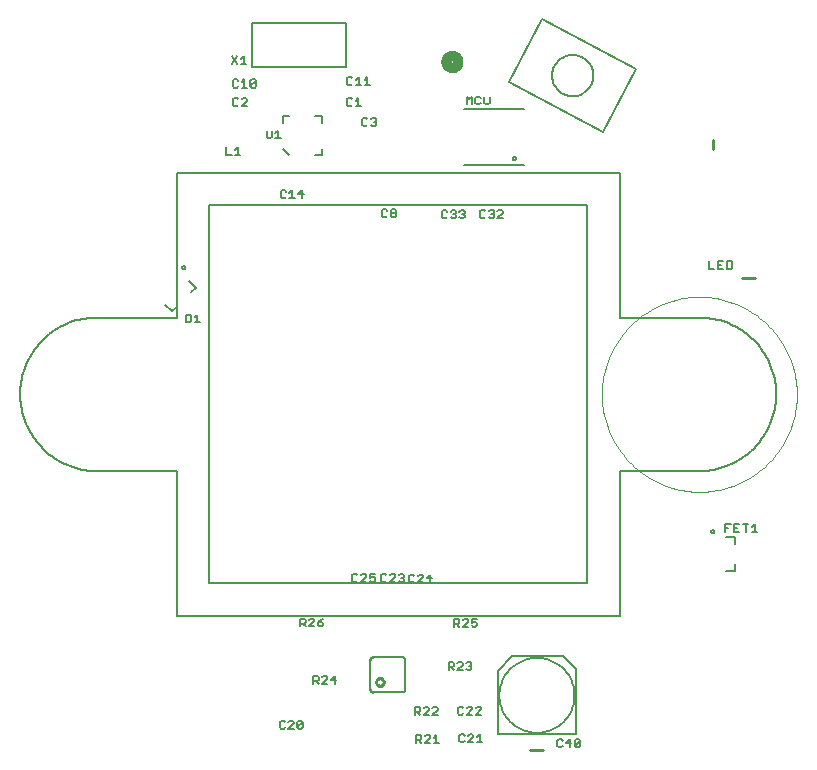
<source format=gto>
G75*
%MOIN*%
%OFA0B0*%
%FSLAX24Y24*%
%IPPOS*%
%LPD*%
%AMOC8*
5,1,8,0,0,1.08239X$1,22.5*
%
%ADD10C,0.0320*%
%ADD11C,0.0100*%
%ADD12C,0.0060*%
%ADD13C,0.0080*%
%ADD14C,0.0039*%
%ADD15C,0.0050*%
%ADD16C,0.0006*%
D10*
X015570Y025036D02*
X015572Y025063D01*
X015578Y025090D01*
X015587Y025116D01*
X015600Y025140D01*
X015616Y025163D01*
X015635Y025182D01*
X015657Y025199D01*
X015681Y025213D01*
X015706Y025223D01*
X015733Y025230D01*
X015760Y025233D01*
X015788Y025232D01*
X015815Y025227D01*
X015841Y025219D01*
X015865Y025207D01*
X015888Y025191D01*
X015909Y025173D01*
X015926Y025152D01*
X015941Y025128D01*
X015952Y025103D01*
X015960Y025077D01*
X015964Y025050D01*
X015964Y025022D01*
X015960Y024995D01*
X015952Y024969D01*
X015941Y024944D01*
X015926Y024920D01*
X015909Y024899D01*
X015888Y024881D01*
X015866Y024865D01*
X015841Y024853D01*
X015815Y024845D01*
X015788Y024840D01*
X015760Y024839D01*
X015733Y024842D01*
X015706Y024849D01*
X015681Y024859D01*
X015657Y024873D01*
X015635Y024890D01*
X015616Y024909D01*
X015600Y024932D01*
X015587Y024956D01*
X015578Y024982D01*
X015572Y025009D01*
X015570Y025036D01*
D11*
X024442Y022424D02*
X024442Y022153D01*
X025426Y017847D02*
X025869Y017847D01*
X013221Y004368D02*
X013223Y004390D01*
X013229Y004412D01*
X013238Y004432D01*
X013251Y004450D01*
X013267Y004466D01*
X013285Y004479D01*
X013305Y004488D01*
X013327Y004494D01*
X013349Y004496D01*
X013371Y004494D01*
X013393Y004488D01*
X013413Y004479D01*
X013431Y004466D01*
X013447Y004450D01*
X013460Y004432D01*
X013469Y004412D01*
X013475Y004390D01*
X013477Y004368D01*
X013475Y004346D01*
X013469Y004324D01*
X013460Y004304D01*
X013447Y004286D01*
X013431Y004270D01*
X013413Y004257D01*
X013393Y004248D01*
X013371Y004242D01*
X013349Y004240D01*
X013327Y004242D01*
X013305Y004248D01*
X013285Y004257D01*
X013267Y004270D01*
X013251Y004286D01*
X013238Y004304D01*
X013229Y004324D01*
X013223Y004346D01*
X013221Y004368D01*
X018339Y002099D02*
X018782Y002099D01*
D12*
X019265Y002240D02*
X019308Y002196D01*
X019395Y002196D01*
X019439Y002240D01*
X019560Y002326D02*
X019733Y002326D01*
X019690Y002196D02*
X019690Y002456D01*
X019560Y002326D01*
X019439Y002413D02*
X019395Y002456D01*
X019308Y002456D01*
X019265Y002413D01*
X019265Y002240D01*
X019854Y002240D02*
X019898Y002196D01*
X019985Y002196D01*
X020028Y002240D01*
X020028Y002413D01*
X019854Y002240D01*
X019854Y002413D01*
X019898Y002456D01*
X019985Y002456D01*
X020028Y002413D01*
X016765Y002363D02*
X016592Y002363D01*
X016678Y002363D02*
X016678Y002623D01*
X016592Y002536D01*
X016470Y002536D02*
X016470Y002580D01*
X016427Y002623D01*
X016340Y002623D01*
X016297Y002580D01*
X016176Y002580D02*
X016132Y002623D01*
X016046Y002623D01*
X016002Y002580D01*
X016002Y002406D01*
X016046Y002363D01*
X016132Y002363D01*
X016176Y002406D01*
X016297Y002363D02*
X016470Y002536D01*
X016470Y002363D02*
X016297Y002363D01*
X015320Y002346D02*
X015146Y002346D01*
X015233Y002346D02*
X015233Y002606D01*
X015146Y002519D01*
X015025Y002519D02*
X015025Y002563D01*
X014982Y002606D01*
X014895Y002606D01*
X014852Y002563D01*
X014730Y002563D02*
X014730Y002476D01*
X014687Y002433D01*
X014557Y002433D01*
X014644Y002433D02*
X014730Y002346D01*
X014852Y002346D02*
X015025Y002519D01*
X015025Y002346D02*
X014852Y002346D01*
X014730Y002563D02*
X014687Y002606D01*
X014557Y002606D01*
X014557Y002346D01*
X014510Y003272D02*
X014510Y003532D01*
X014640Y003532D01*
X014684Y003489D01*
X014684Y003402D01*
X014640Y003359D01*
X014510Y003359D01*
X014597Y003359D02*
X014684Y003272D01*
X014805Y003272D02*
X014978Y003445D01*
X014978Y003489D01*
X014935Y003532D01*
X014848Y003532D01*
X014805Y003489D01*
X014805Y003272D02*
X014978Y003272D01*
X015100Y003272D02*
X015273Y003445D01*
X015273Y003489D01*
X015230Y003532D01*
X015143Y003532D01*
X015100Y003489D01*
X015100Y003272D02*
X015273Y003272D01*
X015959Y003326D02*
X015959Y003500D01*
X016002Y003543D01*
X016089Y003543D01*
X016132Y003500D01*
X016253Y003500D02*
X016297Y003543D01*
X016383Y003543D01*
X016427Y003500D01*
X016427Y003456D01*
X016253Y003283D01*
X016427Y003283D01*
X016548Y003283D02*
X016721Y003456D01*
X016721Y003500D01*
X016678Y003543D01*
X016591Y003543D01*
X016548Y003500D01*
X016548Y003283D02*
X016721Y003283D01*
X016132Y003326D02*
X016089Y003283D01*
X016002Y003283D01*
X015959Y003326D01*
X014188Y004135D02*
X014188Y005108D01*
X014187Y005108D02*
X014186Y005125D01*
X014181Y005142D01*
X014174Y005157D01*
X014164Y005171D01*
X014152Y005183D01*
X014138Y005193D01*
X014123Y005200D01*
X014106Y005205D01*
X014089Y005206D01*
X014093Y005206D02*
X013125Y005206D01*
X013023Y005108D02*
X013023Y004139D01*
X013125Y004037D02*
X014093Y004037D01*
X014089Y004037D02*
X014106Y004038D01*
X014123Y004043D01*
X014138Y004050D01*
X014152Y004060D01*
X014164Y004072D01*
X014174Y004086D01*
X014181Y004101D01*
X014186Y004118D01*
X014187Y004135D01*
X015640Y004777D02*
X015640Y005037D01*
X015770Y005037D01*
X015814Y004994D01*
X015814Y004907D01*
X015770Y004864D01*
X015640Y004864D01*
X015727Y004864D02*
X015814Y004777D01*
X015935Y004777D02*
X016108Y004950D01*
X016108Y004994D01*
X016065Y005037D01*
X015978Y005037D01*
X015935Y004994D01*
X015935Y004777D02*
X016108Y004777D01*
X016229Y004820D02*
X016273Y004777D01*
X016359Y004777D01*
X016403Y004820D01*
X016403Y004864D01*
X016359Y004907D01*
X016316Y004907D01*
X016359Y004907D02*
X016403Y004950D01*
X016403Y004994D01*
X016359Y005037D01*
X016273Y005037D01*
X016229Y004994D01*
X016286Y006211D02*
X016112Y006211D01*
X016286Y006385D01*
X016286Y006428D01*
X016243Y006471D01*
X016156Y006471D01*
X016112Y006428D01*
X015991Y006428D02*
X015991Y006341D01*
X015948Y006298D01*
X015818Y006298D01*
X015905Y006298D02*
X015991Y006211D01*
X015818Y006211D02*
X015818Y006471D01*
X015948Y006471D01*
X015991Y006428D01*
X016407Y006471D02*
X016407Y006341D01*
X016494Y006385D01*
X016537Y006385D01*
X016581Y006341D01*
X016581Y006255D01*
X016537Y006211D01*
X016450Y006211D01*
X016407Y006255D01*
X016407Y006471D02*
X016581Y006471D01*
X015036Y007693D02*
X015036Y007953D01*
X014906Y007823D01*
X015080Y007823D01*
X014785Y007867D02*
X014611Y007693D01*
X014785Y007693D01*
X014785Y007867D02*
X014785Y007910D01*
X014742Y007953D01*
X014655Y007953D01*
X014611Y007910D01*
X014490Y007910D02*
X014447Y007953D01*
X014360Y007953D01*
X014317Y007910D01*
X014317Y007737D01*
X014360Y007693D01*
X014447Y007693D01*
X014490Y007737D01*
X014147Y007754D02*
X014104Y007711D01*
X014017Y007711D01*
X013974Y007754D01*
X014061Y007841D02*
X014104Y007841D01*
X014147Y007798D01*
X014147Y007754D01*
X014104Y007841D02*
X014147Y007884D01*
X014147Y007928D01*
X014104Y007971D01*
X014017Y007971D01*
X013974Y007928D01*
X013853Y007928D02*
X013809Y007971D01*
X013723Y007971D01*
X013679Y007928D01*
X013558Y007928D02*
X013515Y007971D01*
X013428Y007971D01*
X013385Y007928D01*
X013385Y007754D01*
X013428Y007711D01*
X013515Y007711D01*
X013558Y007754D01*
X013679Y007711D02*
X013853Y007884D01*
X013853Y007928D01*
X013853Y007711D02*
X013679Y007711D01*
X013190Y007754D02*
X013190Y007841D01*
X013146Y007884D01*
X013103Y007884D01*
X013016Y007841D01*
X013016Y007971D01*
X013190Y007971D01*
X013190Y007754D02*
X013146Y007711D01*
X013060Y007711D01*
X013016Y007754D01*
X012895Y007711D02*
X012722Y007711D01*
X012895Y007884D01*
X012895Y007928D01*
X012852Y007971D01*
X012765Y007971D01*
X012722Y007928D01*
X012601Y007928D02*
X012557Y007971D01*
X012470Y007971D01*
X012427Y007928D01*
X012427Y007754D01*
X012470Y007711D01*
X012557Y007711D01*
X012601Y007754D01*
X011460Y006485D02*
X011374Y006442D01*
X011287Y006355D01*
X011417Y006355D01*
X011460Y006312D01*
X011460Y006268D01*
X011417Y006225D01*
X011330Y006225D01*
X011287Y006268D01*
X011287Y006355D01*
X011166Y006399D02*
X011166Y006442D01*
X011122Y006485D01*
X011036Y006485D01*
X010992Y006442D01*
X010871Y006442D02*
X010871Y006355D01*
X010828Y006312D01*
X010698Y006312D01*
X010784Y006312D02*
X010871Y006225D01*
X010992Y006225D02*
X011166Y006399D01*
X011166Y006225D02*
X010992Y006225D01*
X010871Y006442D02*
X010828Y006485D01*
X010698Y006485D01*
X010698Y006225D01*
X010642Y003075D02*
X010729Y003075D01*
X010772Y003032D01*
X010598Y002858D01*
X010642Y002815D01*
X010729Y002815D01*
X010772Y002858D01*
X010772Y003032D01*
X010642Y003075D02*
X010598Y003032D01*
X010598Y002858D01*
X010477Y002815D02*
X010304Y002815D01*
X010477Y002988D01*
X010477Y003032D01*
X010434Y003075D01*
X010347Y003075D01*
X010304Y003032D01*
X010183Y003032D02*
X010139Y003075D01*
X010052Y003075D01*
X010009Y003032D01*
X010009Y002858D01*
X010052Y002815D01*
X010139Y002815D01*
X010183Y002858D01*
X024884Y008085D02*
X025204Y008085D01*
X025204Y008305D01*
X025204Y008985D02*
X025204Y009205D01*
X024884Y009205D01*
X024868Y009379D02*
X024868Y009640D01*
X025041Y009640D01*
X025162Y009640D02*
X025162Y009379D01*
X025336Y009379D01*
X025249Y009509D02*
X025162Y009509D01*
X025162Y009640D02*
X025336Y009640D01*
X025457Y009640D02*
X025631Y009640D01*
X025544Y009640D02*
X025544Y009379D01*
X025752Y009379D02*
X025925Y009379D01*
X025839Y009379D02*
X025839Y009640D01*
X025752Y009553D01*
X024955Y009509D02*
X024868Y009509D01*
X024916Y018143D02*
X025046Y018143D01*
X025090Y018186D01*
X025090Y018360D01*
X025046Y018403D01*
X024916Y018403D01*
X024916Y018143D01*
X024795Y018143D02*
X024622Y018143D01*
X024622Y018403D01*
X024795Y018403D01*
X024708Y018273D02*
X024622Y018273D01*
X024501Y018143D02*
X024327Y018143D01*
X024327Y018403D01*
X018149Y021602D02*
X016139Y021602D01*
X016133Y020091D02*
X016176Y020048D01*
X016176Y020005D01*
X016133Y019961D01*
X016176Y019918D01*
X016176Y019875D01*
X016133Y019831D01*
X016046Y019831D01*
X016003Y019875D01*
X015882Y019875D02*
X015838Y019831D01*
X015751Y019831D01*
X015708Y019875D01*
X015587Y019875D02*
X015544Y019831D01*
X015457Y019831D01*
X015413Y019875D01*
X015413Y020048D01*
X015457Y020091D01*
X015544Y020091D01*
X015587Y020048D01*
X015708Y020048D02*
X015751Y020091D01*
X015838Y020091D01*
X015882Y020048D01*
X015882Y020005D01*
X015838Y019961D01*
X015882Y019918D01*
X015882Y019875D01*
X015838Y019961D02*
X015795Y019961D01*
X016003Y020048D02*
X016046Y020091D01*
X016133Y020091D01*
X016133Y019961D02*
X016089Y019961D01*
X016680Y019883D02*
X016724Y019840D01*
X016811Y019840D01*
X016854Y019883D01*
X016975Y019883D02*
X017018Y019840D01*
X017105Y019840D01*
X017149Y019883D01*
X017149Y019927D01*
X017105Y019970D01*
X017062Y019970D01*
X017105Y019970D02*
X017149Y020013D01*
X017149Y020057D01*
X017105Y020100D01*
X017018Y020100D01*
X016975Y020057D01*
X016854Y020057D02*
X016811Y020100D01*
X016724Y020100D01*
X016680Y020057D01*
X016680Y019883D01*
X017270Y019840D02*
X017443Y020013D01*
X017443Y020057D01*
X017400Y020100D01*
X017313Y020100D01*
X017270Y020057D01*
X017270Y019840D02*
X017443Y019840D01*
X013893Y019913D02*
X013849Y019869D01*
X013763Y019869D01*
X013719Y019913D01*
X013719Y019956D01*
X013763Y020000D01*
X013849Y020000D01*
X013893Y019956D01*
X013893Y019913D01*
X013849Y020000D02*
X013893Y020043D01*
X013893Y020086D01*
X013849Y020130D01*
X013763Y020130D01*
X013719Y020086D01*
X013719Y020043D01*
X013763Y020000D01*
X013598Y020086D02*
X013555Y020130D01*
X013468Y020130D01*
X013425Y020086D01*
X013425Y019913D01*
X013468Y019869D01*
X013555Y019869D01*
X013598Y019913D01*
X010040Y022493D02*
X009867Y022493D01*
X009954Y022493D02*
X009954Y022754D01*
X009867Y022667D01*
X009746Y022754D02*
X009746Y022537D01*
X009702Y022493D01*
X009616Y022493D01*
X009572Y022537D01*
X009572Y022754D01*
X008912Y023576D02*
X008739Y023576D01*
X008912Y023750D01*
X008912Y023793D01*
X008869Y023836D01*
X008782Y023836D01*
X008739Y023793D01*
X008618Y023793D02*
X008574Y023836D01*
X008488Y023836D01*
X008444Y023793D01*
X008444Y023620D01*
X008488Y023576D01*
X008574Y023576D01*
X008618Y023620D01*
X008602Y024964D02*
X008429Y025224D01*
X008602Y025224D02*
X008429Y024964D01*
X008723Y024964D02*
X008897Y024964D01*
X008810Y024964D02*
X008810Y025224D01*
X008723Y025137D01*
X012259Y024492D02*
X012259Y024318D01*
X012303Y024275D01*
X012389Y024275D01*
X012433Y024318D01*
X012554Y024275D02*
X012727Y024275D01*
X012641Y024275D02*
X012641Y024535D01*
X012554Y024448D01*
X012433Y024492D02*
X012389Y024535D01*
X012303Y024535D01*
X012259Y024492D01*
X012849Y024448D02*
X012935Y024535D01*
X012935Y024275D01*
X012849Y024275D02*
X013022Y024275D01*
X012631Y023838D02*
X012631Y023578D01*
X012544Y023578D02*
X012718Y023578D01*
X012544Y023752D02*
X012631Y023838D01*
X012423Y023795D02*
X012379Y023838D01*
X012293Y023838D01*
X012249Y023795D01*
X012249Y023621D01*
X012293Y023578D01*
X012379Y023578D01*
X012423Y023621D01*
X012807Y023165D02*
X012763Y023122D01*
X012763Y022948D01*
X012807Y022905D01*
X012893Y022905D01*
X012937Y022948D01*
X013058Y022948D02*
X013101Y022905D01*
X013188Y022905D01*
X013231Y022948D01*
X013231Y022992D01*
X013188Y023035D01*
X013145Y023035D01*
X013188Y023035D02*
X013231Y023078D01*
X013231Y023122D01*
X013188Y023165D01*
X013101Y023165D01*
X013058Y023122D01*
X012937Y023122D02*
X012893Y023165D01*
X012807Y023165D01*
X016139Y023462D02*
X018149Y023462D01*
X017005Y023669D02*
X017005Y023886D01*
X016832Y023886D02*
X016832Y023669D01*
X016875Y023625D01*
X016962Y023625D01*
X017005Y023669D01*
X016711Y023669D02*
X016667Y023625D01*
X016581Y023625D01*
X016537Y023669D01*
X016537Y023842D01*
X016581Y023886D01*
X016667Y023886D01*
X016711Y023842D01*
X016416Y023886D02*
X016416Y023625D01*
X016243Y023625D02*
X016243Y023886D01*
X016329Y023799D01*
X016416Y023886D01*
X008701Y021942D02*
X008527Y021942D01*
X008614Y021942D02*
X008614Y022203D01*
X008527Y022116D01*
X008406Y021942D02*
X008233Y021942D01*
X008233Y022203D01*
X006990Y017744D02*
X007217Y017518D01*
X007061Y017363D01*
X006580Y016882D02*
X006425Y016726D01*
X006198Y016952D01*
X006877Y016617D02*
X006877Y016357D01*
X007007Y016357D01*
X007050Y016400D01*
X007050Y016574D01*
X007007Y016617D01*
X006877Y016617D01*
X007172Y016530D02*
X007258Y016617D01*
X007258Y016357D01*
X007172Y016357D02*
X007345Y016357D01*
D13*
X010337Y021932D02*
X010121Y022149D01*
X010121Y023015D02*
X010121Y023231D01*
X010337Y023231D01*
X011204Y023231D02*
X011420Y023231D01*
X011420Y023015D01*
X011420Y022149D02*
X011420Y021932D01*
X011204Y021932D01*
X017772Y021822D02*
X017774Y021837D01*
X017780Y021850D01*
X017789Y021862D01*
X017800Y021871D01*
X017814Y021877D01*
X017829Y021879D01*
X017844Y021877D01*
X017857Y021871D01*
X017869Y021862D01*
X017878Y021851D01*
X017884Y021837D01*
X017886Y021822D01*
X017884Y021807D01*
X017878Y021794D01*
X017869Y021782D01*
X017858Y021773D01*
X017844Y021767D01*
X017829Y021765D01*
X017814Y021767D01*
X017801Y021773D01*
X017789Y021782D01*
X017780Y021793D01*
X017774Y021807D01*
X017772Y021822D01*
D14*
X020751Y013960D02*
X020753Y014073D01*
X020759Y014187D01*
X020769Y014300D01*
X020783Y014412D01*
X020800Y014524D01*
X020822Y014635D01*
X020847Y014746D01*
X020877Y014855D01*
X020910Y014964D01*
X020947Y015071D01*
X020988Y015177D01*
X021032Y015281D01*
X021080Y015384D01*
X021131Y015485D01*
X021186Y015584D01*
X021245Y015681D01*
X021306Y015776D01*
X021371Y015869D01*
X021440Y015960D01*
X021511Y016048D01*
X021585Y016133D01*
X021663Y016216D01*
X021743Y016296D01*
X021826Y016374D01*
X021911Y016448D01*
X021999Y016519D01*
X022090Y016588D01*
X022183Y016653D01*
X022278Y016714D01*
X022375Y016773D01*
X022474Y016828D01*
X022575Y016879D01*
X022678Y016927D01*
X022782Y016971D01*
X022888Y017012D01*
X022995Y017049D01*
X023104Y017082D01*
X023213Y017112D01*
X023324Y017137D01*
X023435Y017159D01*
X023547Y017176D01*
X023659Y017190D01*
X023772Y017200D01*
X023886Y017206D01*
X023999Y017208D01*
X024112Y017206D01*
X024226Y017200D01*
X024339Y017190D01*
X024451Y017176D01*
X024563Y017159D01*
X024674Y017137D01*
X024785Y017112D01*
X024894Y017082D01*
X025003Y017049D01*
X025110Y017012D01*
X025216Y016971D01*
X025320Y016927D01*
X025423Y016879D01*
X025524Y016828D01*
X025623Y016773D01*
X025720Y016714D01*
X025815Y016653D01*
X025908Y016588D01*
X025999Y016519D01*
X026087Y016448D01*
X026172Y016374D01*
X026255Y016296D01*
X026335Y016216D01*
X026413Y016133D01*
X026487Y016048D01*
X026558Y015960D01*
X026627Y015869D01*
X026692Y015776D01*
X026753Y015681D01*
X026812Y015584D01*
X026867Y015485D01*
X026918Y015384D01*
X026966Y015281D01*
X027010Y015177D01*
X027051Y015071D01*
X027088Y014964D01*
X027121Y014855D01*
X027151Y014746D01*
X027176Y014635D01*
X027198Y014524D01*
X027215Y014412D01*
X027229Y014300D01*
X027239Y014187D01*
X027245Y014073D01*
X027247Y013960D01*
X027245Y013847D01*
X027239Y013733D01*
X027229Y013620D01*
X027215Y013508D01*
X027198Y013396D01*
X027176Y013285D01*
X027151Y013174D01*
X027121Y013065D01*
X027088Y012956D01*
X027051Y012849D01*
X027010Y012743D01*
X026966Y012639D01*
X026918Y012536D01*
X026867Y012435D01*
X026812Y012336D01*
X026753Y012239D01*
X026692Y012144D01*
X026627Y012051D01*
X026558Y011960D01*
X026487Y011872D01*
X026413Y011787D01*
X026335Y011704D01*
X026255Y011624D01*
X026172Y011546D01*
X026087Y011472D01*
X025999Y011401D01*
X025908Y011332D01*
X025815Y011267D01*
X025720Y011206D01*
X025623Y011147D01*
X025524Y011092D01*
X025423Y011041D01*
X025320Y010993D01*
X025216Y010949D01*
X025110Y010908D01*
X025003Y010871D01*
X024894Y010838D01*
X024785Y010808D01*
X024674Y010783D01*
X024563Y010761D01*
X024451Y010744D01*
X024339Y010730D01*
X024226Y010720D01*
X024112Y010714D01*
X023999Y010712D01*
X023886Y010714D01*
X023772Y010720D01*
X023659Y010730D01*
X023547Y010744D01*
X023435Y010761D01*
X023324Y010783D01*
X023213Y010808D01*
X023104Y010838D01*
X022995Y010871D01*
X022888Y010908D01*
X022782Y010949D01*
X022678Y010993D01*
X022575Y011041D01*
X022474Y011092D01*
X022375Y011147D01*
X022278Y011206D01*
X022183Y011267D01*
X022090Y011332D01*
X021999Y011401D01*
X021911Y011472D01*
X021826Y011546D01*
X021743Y011624D01*
X021663Y011704D01*
X021585Y011787D01*
X021511Y011872D01*
X021440Y011960D01*
X021371Y012051D01*
X021306Y012144D01*
X021245Y012239D01*
X021186Y012336D01*
X021131Y012435D01*
X021080Y012536D01*
X021032Y012639D01*
X020988Y012743D01*
X020947Y012849D01*
X020910Y012956D01*
X020877Y013065D01*
X020847Y013174D01*
X020822Y013285D01*
X020800Y013396D01*
X020783Y013508D01*
X020769Y013620D01*
X020759Y013733D01*
X020753Y013847D01*
X020751Y013960D01*
D15*
X006578Y011400D02*
X006578Y006578D01*
X021341Y006578D01*
X021341Y011400D01*
X023999Y011400D01*
X024394Y009395D02*
X024396Y009408D01*
X024401Y009421D01*
X024410Y009432D01*
X024421Y009439D01*
X024434Y009444D01*
X024447Y009445D01*
X024461Y009442D01*
X024473Y009436D01*
X024483Y009427D01*
X024490Y009415D01*
X024494Y009402D01*
X024494Y009388D01*
X024490Y009375D01*
X024483Y009363D01*
X024473Y009354D01*
X024461Y009348D01*
X024447Y009345D01*
X024434Y009346D01*
X024421Y009351D01*
X024410Y009358D01*
X024401Y009369D01*
X024396Y009382D01*
X024394Y009395D01*
X020260Y007660D02*
X020260Y020260D01*
X007660Y020260D01*
X007660Y007660D01*
X020260Y007660D01*
X019452Y005223D02*
X017759Y005223D01*
X017286Y004751D01*
X017286Y002625D01*
X019885Y002625D01*
X019885Y004790D01*
X019452Y005223D01*
X017335Y003924D02*
X017337Y003994D01*
X017343Y004064D01*
X017353Y004134D01*
X017366Y004202D01*
X017384Y004270D01*
X017405Y004337D01*
X017430Y004403D01*
X017459Y004467D01*
X017491Y004529D01*
X017527Y004590D01*
X017566Y004648D01*
X017608Y004704D01*
X017653Y004758D01*
X017701Y004809D01*
X017752Y004857D01*
X017806Y004902D01*
X017862Y004944D01*
X017920Y004983D01*
X017981Y005019D01*
X018043Y005051D01*
X018107Y005080D01*
X018173Y005105D01*
X018240Y005126D01*
X018308Y005144D01*
X018376Y005157D01*
X018446Y005167D01*
X018516Y005173D01*
X018586Y005175D01*
X018656Y005173D01*
X018726Y005167D01*
X018796Y005157D01*
X018864Y005144D01*
X018932Y005126D01*
X018999Y005105D01*
X019065Y005080D01*
X019129Y005051D01*
X019191Y005019D01*
X019252Y004983D01*
X019310Y004944D01*
X019366Y004902D01*
X019420Y004857D01*
X019471Y004809D01*
X019519Y004758D01*
X019564Y004704D01*
X019606Y004648D01*
X019645Y004590D01*
X019681Y004529D01*
X019713Y004467D01*
X019742Y004403D01*
X019767Y004337D01*
X019788Y004270D01*
X019806Y004202D01*
X019819Y004134D01*
X019829Y004064D01*
X019835Y003994D01*
X019837Y003924D01*
X019835Y003854D01*
X019829Y003784D01*
X019819Y003714D01*
X019806Y003646D01*
X019788Y003578D01*
X019767Y003511D01*
X019742Y003445D01*
X019713Y003381D01*
X019681Y003319D01*
X019645Y003258D01*
X019606Y003200D01*
X019564Y003144D01*
X019519Y003090D01*
X019471Y003039D01*
X019420Y002991D01*
X019366Y002946D01*
X019310Y002904D01*
X019252Y002865D01*
X019191Y002829D01*
X019129Y002797D01*
X019065Y002768D01*
X018999Y002743D01*
X018932Y002722D01*
X018864Y002704D01*
X018796Y002691D01*
X018726Y002681D01*
X018656Y002675D01*
X018586Y002673D01*
X018516Y002675D01*
X018446Y002681D01*
X018376Y002691D01*
X018308Y002704D01*
X018240Y002722D01*
X018173Y002743D01*
X018107Y002768D01*
X018043Y002797D01*
X017981Y002829D01*
X017920Y002865D01*
X017862Y002904D01*
X017806Y002946D01*
X017752Y002991D01*
X017701Y003039D01*
X017653Y003090D01*
X017608Y003144D01*
X017566Y003200D01*
X017527Y003258D01*
X017491Y003319D01*
X017459Y003381D01*
X017430Y003445D01*
X017405Y003511D01*
X017384Y003578D01*
X017366Y003646D01*
X017353Y003714D01*
X017343Y003784D01*
X017337Y003854D01*
X017335Y003924D01*
X011895Y004441D02*
X011715Y004441D01*
X011850Y004576D01*
X011850Y004305D01*
X011600Y004305D02*
X011420Y004305D01*
X011600Y004486D01*
X011600Y004531D01*
X011555Y004576D01*
X011465Y004576D01*
X011420Y004531D01*
X011306Y004531D02*
X011306Y004441D01*
X011261Y004395D01*
X011126Y004395D01*
X011126Y004305D02*
X011126Y004576D01*
X011261Y004576D01*
X011306Y004531D01*
X011216Y004395D02*
X011306Y004305D01*
X006578Y011400D02*
X003920Y011400D01*
X003920Y011401D02*
X003820Y011403D01*
X003719Y011409D01*
X003619Y011419D01*
X003520Y011433D01*
X003421Y011450D01*
X003323Y011472D01*
X003225Y011497D01*
X003129Y011526D01*
X003034Y011559D01*
X002941Y011596D01*
X002849Y011636D01*
X002758Y011680D01*
X002670Y011727D01*
X002583Y011778D01*
X002498Y011832D01*
X002416Y011890D01*
X002336Y011950D01*
X002258Y012014D01*
X002183Y012081D01*
X002111Y012151D01*
X002041Y012223D01*
X001974Y012298D01*
X001910Y012376D01*
X001850Y012456D01*
X001792Y012538D01*
X001738Y012623D01*
X001687Y012710D01*
X001640Y012798D01*
X001596Y012889D01*
X001556Y012981D01*
X001519Y013074D01*
X001486Y013169D01*
X001457Y013265D01*
X001432Y013363D01*
X001410Y013461D01*
X001393Y013560D01*
X001379Y013659D01*
X001369Y013759D01*
X001363Y013860D01*
X001361Y013960D01*
X001363Y014060D01*
X001369Y014161D01*
X001379Y014261D01*
X001393Y014360D01*
X001410Y014459D01*
X001432Y014557D01*
X001457Y014655D01*
X001486Y014751D01*
X001519Y014846D01*
X001556Y014939D01*
X001596Y015031D01*
X001640Y015122D01*
X001687Y015210D01*
X001738Y015297D01*
X001792Y015382D01*
X001850Y015464D01*
X001910Y015544D01*
X001974Y015622D01*
X002041Y015697D01*
X002111Y015769D01*
X002183Y015839D01*
X002258Y015906D01*
X002336Y015970D01*
X002416Y016030D01*
X002498Y016088D01*
X002583Y016142D01*
X002670Y016193D01*
X002758Y016240D01*
X002849Y016284D01*
X002941Y016324D01*
X003034Y016361D01*
X003129Y016394D01*
X003225Y016423D01*
X003323Y016448D01*
X003421Y016470D01*
X003520Y016487D01*
X003619Y016501D01*
X003719Y016511D01*
X003820Y016517D01*
X003920Y016519D01*
X006578Y016519D01*
X006578Y021341D01*
X021341Y021341D01*
X021341Y016519D01*
X023999Y016519D01*
X024099Y016517D01*
X024200Y016511D01*
X024300Y016501D01*
X024399Y016487D01*
X024498Y016470D01*
X024596Y016448D01*
X024694Y016423D01*
X024790Y016394D01*
X024885Y016361D01*
X024978Y016324D01*
X025070Y016284D01*
X025161Y016240D01*
X025249Y016193D01*
X025336Y016142D01*
X025421Y016088D01*
X025503Y016030D01*
X025583Y015970D01*
X025661Y015906D01*
X025736Y015839D01*
X025808Y015769D01*
X025878Y015697D01*
X025945Y015622D01*
X026009Y015544D01*
X026069Y015464D01*
X026127Y015382D01*
X026181Y015297D01*
X026232Y015210D01*
X026279Y015122D01*
X026323Y015031D01*
X026363Y014939D01*
X026400Y014846D01*
X026433Y014751D01*
X026462Y014655D01*
X026487Y014557D01*
X026509Y014459D01*
X026526Y014360D01*
X026540Y014261D01*
X026550Y014161D01*
X026556Y014060D01*
X026558Y013960D01*
X026556Y013860D01*
X026550Y013759D01*
X026540Y013659D01*
X026526Y013560D01*
X026509Y013461D01*
X026487Y013363D01*
X026462Y013265D01*
X026433Y013169D01*
X026400Y013074D01*
X026363Y012981D01*
X026323Y012889D01*
X026279Y012798D01*
X026232Y012710D01*
X026181Y012623D01*
X026127Y012538D01*
X026069Y012456D01*
X026009Y012376D01*
X025945Y012298D01*
X025878Y012223D01*
X025808Y012151D01*
X025736Y012081D01*
X025661Y012014D01*
X025583Y011950D01*
X025503Y011890D01*
X025421Y011832D01*
X025336Y011778D01*
X025249Y011727D01*
X025161Y011680D01*
X025070Y011636D01*
X024978Y011596D01*
X024885Y011559D01*
X024790Y011526D01*
X024694Y011497D01*
X024596Y011472D01*
X024498Y011450D01*
X024399Y011433D01*
X024300Y011419D01*
X024200Y011409D01*
X024099Y011403D01*
X023999Y011401D01*
X010762Y020494D02*
X010762Y020765D01*
X010627Y020629D01*
X010807Y020629D01*
X010512Y020494D02*
X010332Y020494D01*
X010422Y020494D02*
X010422Y020765D01*
X010332Y020675D01*
X010218Y020720D02*
X010173Y020765D01*
X010083Y020765D01*
X010038Y020720D01*
X010038Y020539D01*
X010083Y020494D01*
X010173Y020494D01*
X010218Y020539D01*
X006763Y018190D02*
X006765Y018203D01*
X006770Y018216D01*
X006779Y018227D01*
X006790Y018234D01*
X006803Y018239D01*
X006816Y018240D01*
X006830Y018237D01*
X006842Y018231D01*
X006852Y018222D01*
X006859Y018210D01*
X006863Y018197D01*
X006863Y018183D01*
X006859Y018170D01*
X006852Y018158D01*
X006842Y018149D01*
X006830Y018143D01*
X006816Y018140D01*
X006803Y018141D01*
X006790Y018146D01*
X006779Y018153D01*
X006770Y018164D01*
X006765Y018177D01*
X006763Y018190D01*
X008492Y024187D02*
X008582Y024187D01*
X008627Y024232D01*
X008742Y024187D02*
X008922Y024187D01*
X008832Y024187D02*
X008832Y024458D01*
X008742Y024367D01*
X008627Y024412D02*
X008582Y024458D01*
X008492Y024458D01*
X008447Y024412D01*
X008447Y024232D01*
X008492Y024187D01*
X009036Y024232D02*
X009036Y024412D01*
X009081Y024458D01*
X009172Y024458D01*
X009217Y024412D01*
X009036Y024232D01*
X009081Y024187D01*
X009172Y024187D01*
X009217Y024232D01*
X009217Y024412D01*
X009078Y024857D02*
X012227Y024857D01*
X012227Y026353D01*
X009078Y026353D01*
X009078Y024857D01*
X017658Y024373D02*
X018767Y026459D01*
X021895Y024796D01*
X020786Y022710D01*
X017658Y024373D01*
X019087Y024585D02*
X019089Y024637D01*
X019095Y024689D01*
X019105Y024740D01*
X019118Y024790D01*
X019136Y024840D01*
X019157Y024887D01*
X019181Y024933D01*
X019210Y024977D01*
X019241Y025019D01*
X019275Y025058D01*
X019312Y025095D01*
X019352Y025128D01*
X019395Y025159D01*
X019439Y025186D01*
X019485Y025210D01*
X019534Y025230D01*
X019583Y025246D01*
X019634Y025259D01*
X019685Y025268D01*
X019737Y025273D01*
X019789Y025274D01*
X019841Y025271D01*
X019893Y025264D01*
X019944Y025253D01*
X019994Y025239D01*
X020043Y025220D01*
X020090Y025198D01*
X020135Y025173D01*
X020179Y025144D01*
X020220Y025112D01*
X020259Y025077D01*
X020294Y025039D01*
X020327Y024998D01*
X020357Y024956D01*
X020383Y024911D01*
X020406Y024864D01*
X020425Y024815D01*
X020441Y024765D01*
X020453Y024715D01*
X020461Y024663D01*
X020465Y024611D01*
X020465Y024559D01*
X020461Y024507D01*
X020453Y024455D01*
X020441Y024405D01*
X020425Y024355D01*
X020406Y024306D01*
X020383Y024259D01*
X020357Y024214D01*
X020327Y024172D01*
X020294Y024131D01*
X020259Y024093D01*
X020220Y024058D01*
X020179Y024026D01*
X020135Y023997D01*
X020090Y023972D01*
X020043Y023950D01*
X019994Y023931D01*
X019944Y023917D01*
X019893Y023906D01*
X019841Y023899D01*
X019789Y023896D01*
X019737Y023897D01*
X019685Y023902D01*
X019634Y023911D01*
X019583Y023924D01*
X019534Y023940D01*
X019485Y023960D01*
X019439Y023984D01*
X019395Y024011D01*
X019352Y024042D01*
X019312Y024075D01*
X019275Y024112D01*
X019241Y024151D01*
X019210Y024193D01*
X019181Y024237D01*
X019157Y024283D01*
X019136Y024330D01*
X019118Y024380D01*
X019105Y024430D01*
X019095Y024481D01*
X019089Y024533D01*
X019087Y024585D01*
D16*
X013119Y005232D02*
X013119Y005178D01*
X013118Y005179D02*
X013103Y005177D01*
X013089Y005171D01*
X013076Y005163D01*
X013066Y005153D01*
X013058Y005140D01*
X013052Y005126D01*
X013050Y005111D01*
X012997Y005110D01*
X012996Y005111D01*
X012998Y005132D01*
X013004Y005152D01*
X013013Y005171D01*
X013025Y005189D01*
X013040Y005204D01*
X013058Y005216D01*
X013077Y005225D01*
X013097Y005231D01*
X013118Y005233D01*
X013118Y005228D01*
X013098Y005226D01*
X013078Y005220D01*
X013060Y005211D01*
X013044Y005200D01*
X013029Y005185D01*
X013018Y005169D01*
X013009Y005151D01*
X013003Y005131D01*
X013001Y005111D01*
X013006Y005111D01*
X013008Y005130D01*
X013014Y005149D01*
X013022Y005166D01*
X013033Y005182D01*
X013047Y005196D01*
X013063Y005207D01*
X013080Y005215D01*
X013099Y005221D01*
X013118Y005223D01*
X013118Y005218D01*
X013100Y005216D01*
X013082Y005211D01*
X013065Y005203D01*
X013050Y005192D01*
X013037Y005179D01*
X013026Y005164D01*
X013018Y005147D01*
X013013Y005129D01*
X013011Y005111D01*
X013016Y005111D01*
X013018Y005131D01*
X013025Y005150D01*
X013034Y005167D01*
X013047Y005182D01*
X013062Y005195D01*
X013079Y005204D01*
X013098Y005211D01*
X013118Y005213D01*
X013118Y005208D01*
X013099Y005206D01*
X013081Y005200D01*
X013065Y005191D01*
X013050Y005179D01*
X013038Y005164D01*
X013029Y005148D01*
X013023Y005130D01*
X013021Y005111D01*
X013026Y005111D01*
X013028Y005129D01*
X013034Y005146D01*
X013042Y005161D01*
X013054Y005175D01*
X013068Y005187D01*
X013083Y005195D01*
X013100Y005201D01*
X013118Y005203D01*
X013118Y005198D01*
X013101Y005196D01*
X013085Y005191D01*
X013070Y005182D01*
X013057Y005172D01*
X013047Y005159D01*
X013038Y005144D01*
X013033Y005128D01*
X013031Y005111D01*
X013036Y005111D01*
X013038Y005127D01*
X013043Y005142D01*
X013051Y005156D01*
X013061Y005168D01*
X013073Y005178D01*
X013087Y005186D01*
X013102Y005191D01*
X013118Y005193D01*
X013118Y005188D01*
X013101Y005185D01*
X013085Y005180D01*
X013071Y005170D01*
X013059Y005158D01*
X013049Y005144D01*
X013044Y005128D01*
X013041Y005111D01*
X013046Y005111D01*
X013048Y005127D01*
X013054Y005142D01*
X013063Y005155D01*
X013074Y005166D01*
X013087Y005175D01*
X013102Y005181D01*
X013118Y005183D01*
X012997Y004133D02*
X013051Y004133D01*
X013050Y004132D02*
X013052Y004117D01*
X013058Y004103D01*
X013066Y004090D01*
X013076Y004080D01*
X013089Y004072D01*
X013103Y004066D01*
X013118Y004064D01*
X013119Y004011D01*
X013118Y004010D01*
X013097Y004012D01*
X013077Y004018D01*
X013058Y004027D01*
X013040Y004039D01*
X013025Y004054D01*
X013013Y004072D01*
X013004Y004091D01*
X012998Y004111D01*
X012996Y004132D01*
X013001Y004132D01*
X013003Y004112D01*
X013009Y004092D01*
X013018Y004074D01*
X013029Y004058D01*
X013044Y004043D01*
X013060Y004032D01*
X013078Y004023D01*
X013098Y004017D01*
X013118Y004015D01*
X013118Y004020D01*
X013099Y004022D01*
X013080Y004028D01*
X013063Y004036D01*
X013047Y004047D01*
X013033Y004061D01*
X013022Y004077D01*
X013014Y004094D01*
X013008Y004113D01*
X013006Y004132D01*
X013011Y004132D01*
X013013Y004114D01*
X013018Y004096D01*
X013026Y004079D01*
X013037Y004064D01*
X013050Y004051D01*
X013065Y004040D01*
X013082Y004032D01*
X013100Y004027D01*
X013118Y004025D01*
X013118Y004030D01*
X013098Y004032D01*
X013079Y004039D01*
X013062Y004048D01*
X013047Y004061D01*
X013034Y004076D01*
X013025Y004093D01*
X013018Y004112D01*
X013016Y004132D01*
X013021Y004132D01*
X013023Y004113D01*
X013029Y004095D01*
X013038Y004079D01*
X013050Y004064D01*
X013065Y004052D01*
X013081Y004043D01*
X013099Y004037D01*
X013118Y004035D01*
X013118Y004040D01*
X013100Y004042D01*
X013083Y004048D01*
X013068Y004056D01*
X013054Y004068D01*
X013042Y004082D01*
X013034Y004097D01*
X013028Y004114D01*
X013026Y004132D01*
X013031Y004132D01*
X013033Y004115D01*
X013038Y004099D01*
X013047Y004084D01*
X013057Y004071D01*
X013070Y004061D01*
X013085Y004052D01*
X013101Y004047D01*
X013118Y004045D01*
X013118Y004050D01*
X013102Y004052D01*
X013087Y004057D01*
X013073Y004065D01*
X013061Y004075D01*
X013051Y004087D01*
X013043Y004101D01*
X013038Y004116D01*
X013036Y004132D01*
X013041Y004132D01*
X013044Y004115D01*
X013049Y004099D01*
X013059Y004085D01*
X013071Y004073D01*
X013085Y004063D01*
X013101Y004058D01*
X013118Y004055D01*
X013118Y004060D01*
X013102Y004062D01*
X013087Y004068D01*
X013074Y004077D01*
X013063Y004088D01*
X013054Y004101D01*
X013048Y004116D01*
X013046Y004132D01*
M02*

</source>
